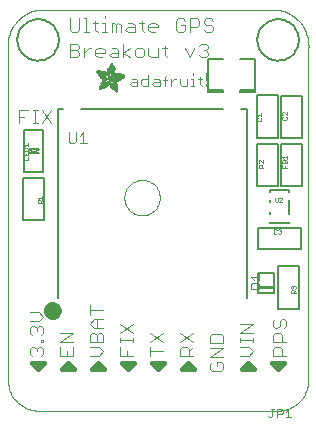
<source format=gto>
G75*
%MOIN*%
%OFA0B0*%
%FSLAX24Y24*%
%IPPOS*%
%LPD*%
%AMOC8*
5,1,8,0,0,1.08239X$1,22.5*
%
%ADD10C,0.0160*%
%ADD11C,0.0000*%
%ADD12C,0.0040*%
%ADD13C,0.0030*%
%ADD14C,0.0050*%
%ADD15C,0.0320*%
%ADD16C,0.0010*%
%ADD17C,0.0060*%
%ADD18R,0.0014X0.0001*%
%ADD19R,0.0023X0.0001*%
%ADD20R,0.0030X0.0001*%
%ADD21R,0.0036X0.0001*%
%ADD22R,0.0041X0.0001*%
%ADD23R,0.0045X0.0002*%
%ADD24R,0.0051X0.0001*%
%ADD25R,0.0054X0.0001*%
%ADD26R,0.0057X0.0001*%
%ADD27R,0.0060X0.0001*%
%ADD28R,0.0063X0.0001*%
%ADD29R,0.0068X0.0001*%
%ADD30R,0.0069X0.0001*%
%ADD31R,0.0072X0.0001*%
%ADD32R,0.0075X0.0001*%
%ADD33R,0.0076X0.0002*%
%ADD34R,0.0079X0.0001*%
%ADD35R,0.0082X0.0001*%
%ADD36R,0.0084X0.0001*%
%ADD37R,0.0087X0.0001*%
%ADD38R,0.0089X0.0001*%
%ADD39R,0.0091X0.0001*%
%ADD40R,0.0094X0.0001*%
%ADD41R,0.0096X0.0001*%
%ADD42R,0.0097X0.0001*%
%ADD43R,0.0101X0.0002*%
%ADD44R,0.0102X0.0001*%
%ADD45R,0.0104X0.0001*%
%ADD46R,0.0106X0.0001*%
%ADD47R,0.0108X0.0001*%
%ADD48R,0.0111X0.0001*%
%ADD49R,0.0112X0.0001*%
%ADD50R,0.0114X0.0001*%
%ADD51R,0.0117X0.0001*%
%ADD52R,0.0119X0.0001*%
%ADD53R,0.0120X0.0002*%
%ADD54R,0.0123X0.0001*%
%ADD55R,0.0124X0.0001*%
%ADD56R,0.0126X0.0001*%
%ADD57R,0.0129X0.0001*%
%ADD58R,0.0131X0.0001*%
%ADD59R,0.0134X0.0001*%
%ADD60R,0.0135X0.0001*%
%ADD61R,0.0136X0.0001*%
%ADD62R,0.0139X0.0001*%
%ADD63R,0.0141X0.0002*%
%ADD64R,0.0142X0.0001*%
%ADD65R,0.0146X0.0001*%
%ADD66R,0.0147X0.0001*%
%ADD67R,0.0149X0.0001*%
%ADD68R,0.0151X0.0001*%
%ADD69R,0.0153X0.0001*%
%ADD70R,0.0156X0.0001*%
%ADD71R,0.0157X0.0001*%
%ADD72R,0.0159X0.0001*%
%ADD73R,0.0162X0.0002*%
%ADD74R,0.0164X0.0001*%
%ADD75R,0.0165X0.0001*%
%ADD76R,0.0018X0.0001*%
%ADD77R,0.0168X0.0001*%
%ADD78R,0.0029X0.0001*%
%ADD79R,0.0169X0.0001*%
%ADD80R,0.0038X0.0001*%
%ADD81R,0.0172X0.0001*%
%ADD82R,0.0044X0.0001*%
%ADD83R,0.0174X0.0001*%
%ADD84R,0.0176X0.0001*%
%ADD85R,0.0057X0.0001*%
%ADD86R,0.0179X0.0001*%
%ADD87R,0.0180X0.0001*%
%ADD88R,0.0069X0.0002*%
%ADD89R,0.0181X0.0002*%
%ADD90R,0.0184X0.0001*%
%ADD91R,0.0081X0.0001*%
%ADD92R,0.0186X0.0001*%
%ADD93R,0.0086X0.0001*%
%ADD94R,0.0187X0.0001*%
%ADD95R,0.0191X0.0001*%
%ADD96R,0.0098X0.0001*%
%ADD97R,0.0192X0.0001*%
%ADD98R,0.0195X0.0001*%
%ADD99R,0.0196X0.0001*%
%ADD100R,0.0198X0.0001*%
%ADD101R,0.0201X0.0001*%
%ADD102R,0.0121X0.0002*%
%ADD103R,0.0202X0.0002*%
%ADD104R,0.0127X0.0001*%
%ADD105R,0.0204X0.0001*%
%ADD106R,0.0132X0.0001*%
%ADD107R,0.0207X0.0001*%
%ADD108R,0.0209X0.0001*%
%ADD109R,0.0141X0.0001*%
%ADD110R,0.0210X0.0001*%
%ADD111R,0.0211X0.0001*%
%ADD112R,0.0150X0.0001*%
%ADD113R,0.0214X0.0001*%
%ADD114R,0.0154X0.0001*%
%ADD115R,0.0216X0.0001*%
%ADD116R,0.0217X0.0001*%
%ADD117R,0.0219X0.0001*%
%ADD118R,0.0166X0.0002*%
%ADD119R,0.0221X0.0002*%
%ADD120R,0.0171X0.0001*%
%ADD121R,0.0222X0.0001*%
%ADD122R,0.0224X0.0001*%
%ADD123R,0.0181X0.0001*%
%ADD124R,0.0225X0.0001*%
%ADD125R,0.0226X0.0001*%
%ADD126R,0.0189X0.0001*%
%ADD127R,0.0228X0.0001*%
%ADD128R,0.0194X0.0001*%
%ADD129R,0.0229X0.0001*%
%ADD130R,0.0231X0.0001*%
%ADD131R,0.0201X0.0001*%
%ADD132R,0.0232X0.0001*%
%ADD133R,0.0206X0.0001*%
%ADD134R,0.0234X0.0001*%
%ADD135R,0.0210X0.0002*%
%ADD136R,0.0236X0.0002*%
%ADD137R,0.0213X0.0001*%
%ADD138R,0.0237X0.0001*%
%ADD139R,0.0218X0.0001*%
%ADD140R,0.0239X0.0001*%
%ADD141R,0.0221X0.0001*%
%ADD142R,0.0240X0.0001*%
%ADD143R,0.0241X0.0001*%
%ADD144R,0.0230X0.0001*%
%ADD145R,0.0243X0.0001*%
%ADD146R,0.0234X0.0001*%
%ADD147R,0.0244X0.0001*%
%ADD148R,0.0236X0.0001*%
%ADD149R,0.0246X0.0001*%
%ADD150R,0.0242X0.0002*%
%ADD151R,0.0247X0.0002*%
%ADD152R,0.0249X0.0001*%
%ADD153R,0.0247X0.0001*%
%ADD154R,0.0251X0.0001*%
%ADD155R,0.0252X0.0001*%
%ADD156R,0.0250X0.0001*%
%ADD157R,0.0254X0.0001*%
%ADD158R,0.0255X0.0001*%
%ADD159R,0.0256X0.0001*%
%ADD160R,0.0259X0.0001*%
%ADD161R,0.0259X0.0002*%
%ADD162R,0.0258X0.0002*%
%ADD163R,0.0261X0.0001*%
%ADD164R,0.0258X0.0001*%
%ADD165R,0.0264X0.0001*%
%ADD166R,0.0264X0.0001*%
%ADD167R,0.0266X0.0001*%
%ADD168R,0.0269X0.0001*%
%ADD169R,0.0262X0.0001*%
%ADD170R,0.0270X0.0001*%
%ADD171R,0.0271X0.0001*%
%ADD172R,0.0273X0.0002*%
%ADD173R,0.0266X0.0002*%
%ADD174R,0.0274X0.0001*%
%ADD175R,0.0267X0.0001*%
%ADD176R,0.0275X0.0001*%
%ADD177R,0.0276X0.0001*%
%ADD178R,0.0278X0.0001*%
%ADD179R,0.0279X0.0001*%
%ADD180R,0.0281X0.0001*%
%ADD181R,0.0282X0.0001*%
%ADD182R,0.0284X0.0002*%
%ADD183R,0.0271X0.0002*%
%ADD184R,0.0283X0.0001*%
%ADD185R,0.0273X0.0001*%
%ADD186R,0.0285X0.0001*%
%ADD187R,0.0286X0.0001*%
%ADD188R,0.0288X0.0001*%
%ADD189R,0.0276X0.0001*%
%ADD190R,0.0289X0.0001*%
%ADD191R,0.0288X0.0002*%
%ADD192R,0.0276X0.0002*%
%ADD193R,0.0277X0.0001*%
%ADD194R,0.0291X0.0001*%
%ADD195R,0.0293X0.0001*%
%ADD196R,0.0291X0.0001*%
%ADD197R,0.0293X0.0002*%
%ADD198R,0.0277X0.0002*%
%ADD199R,0.0294X0.0001*%
%ADD200R,0.0294X0.0002*%
%ADD201R,0.0292X0.0001*%
%ADD202R,0.0294X0.0001*%
%ADD203R,0.0294X0.0002*%
%ADD204R,0.0563X0.0001*%
%ADD205R,0.0561X0.0001*%
%ADD206R,0.0559X0.0002*%
%ADD207R,0.0559X0.0001*%
%ADD208R,0.0558X0.0001*%
%ADD209R,0.0556X0.0001*%
%ADD210R,0.0555X0.0001*%
%ADD211R,0.0554X0.0001*%
%ADD212R,0.0552X0.0001*%
%ADD213R,0.0551X0.0001*%
%ADD214R,0.0387X0.0002*%
%ADD215R,0.0151X0.0002*%
%ADD216R,0.0383X0.0001*%
%ADD217R,0.0379X0.0001*%
%ADD218R,0.0376X0.0001*%
%ADD219R,0.0144X0.0001*%
%ADD220R,0.0375X0.0001*%
%ADD221R,0.0370X0.0001*%
%ADD222R,0.0141X0.0001*%
%ADD223R,0.0369X0.0001*%
%ADD224R,0.0367X0.0001*%
%ADD225R,0.0140X0.0001*%
%ADD226R,0.0364X0.0001*%
%ADD227R,0.0138X0.0001*%
%ADD228R,0.0363X0.0001*%
%ADD229R,0.0361X0.0002*%
%ADD230R,0.0136X0.0002*%
%ADD231R,0.0359X0.0001*%
%ADD232R,0.0357X0.0001*%
%ADD233R,0.0356X0.0001*%
%ADD234R,0.0133X0.0001*%
%ADD235R,0.0352X0.0001*%
%ADD236R,0.0132X0.0001*%
%ADD237R,0.0349X0.0001*%
%ADD238R,0.0348X0.0001*%
%ADD239R,0.0130X0.0001*%
%ADD240R,0.0346X0.0001*%
%ADD241R,0.0345X0.0001*%
%ADD242R,0.0184X0.0002*%
%ADD243R,0.0156X0.0002*%
%ADD244R,0.0127X0.0002*%
%ADD245R,0.0177X0.0001*%
%ADD246R,0.0128X0.0001*%
%ADD247R,0.0174X0.0001*%
%ADD248R,0.0171X0.0001*%
%ADD249R,0.0126X0.0001*%
%ADD250R,0.0125X0.0001*%
%ADD251R,0.0168X0.0001*%
%ADD252R,0.0129X0.0001*%
%ADD253R,0.0123X0.0001*%
%ADD254R,0.0166X0.0001*%
%ADD255R,0.0121X0.0001*%
%ADD256R,0.0116X0.0001*%
%ADD257R,0.0120X0.0001*%
%ADD258R,0.0165X0.0002*%
%ADD259R,0.0112X0.0002*%
%ADD260R,0.0119X0.0002*%
%ADD261R,0.0162X0.0001*%
%ADD262R,0.0161X0.0001*%
%ADD263R,0.0114X0.0001*%
%ADD264R,0.0113X0.0001*%
%ADD265R,0.0159X0.0001*%
%ADD266R,0.0090X0.0001*%
%ADD267R,0.0159X0.0002*%
%ADD268R,0.0087X0.0002*%
%ADD269R,0.0109X0.0002*%
%ADD270R,0.0158X0.0001*%
%ADD271R,0.0083X0.0001*%
%ADD272R,0.0105X0.0001*%
%ADD273R,0.0015X0.0001*%
%ADD274R,0.0076X0.0001*%
%ADD275R,0.0059X0.0001*%
%ADD276R,0.0102X0.0001*%
%ADD277R,0.0072X0.0001*%
%ADD278R,0.0074X0.0001*%
%ADD279R,0.0099X0.0001*%
%ADD280R,0.0071X0.0001*%
%ADD281R,0.0093X0.0001*%
%ADD282R,0.0096X0.0002*%
%ADD283R,0.0111X0.0002*%
%ADD284R,0.0066X0.0001*%
%ADD285R,0.0093X0.0001*%
%ADD286R,0.0156X0.0001*%
%ADD287R,0.0065X0.0001*%
%ADD288R,0.0155X0.0001*%
%ADD289R,0.0063X0.0001*%
%ADD290R,0.0231X0.0001*%
%ADD291R,0.0058X0.0001*%
%ADD292R,0.0055X0.0001*%
%ADD293R,0.0154X0.0002*%
%ADD294R,0.0055X0.0002*%
%ADD295R,0.0255X0.0002*%
%ADD296R,0.0052X0.0001*%
%ADD297R,0.0265X0.0001*%
%ADD298R,0.0153X0.0001*%
%ADD299R,0.0049X0.0001*%
%ADD300R,0.0048X0.0001*%
%ADD301R,0.0284X0.0001*%
%ADD302R,0.0046X0.0001*%
%ADD303R,0.0046X0.0002*%
%ADD304R,0.0291X0.0002*%
%ADD305R,0.0045X0.0001*%
%ADD306R,0.0297X0.0001*%
%ADD307R,0.0301X0.0001*%
%ADD308R,0.0304X0.0001*%
%ADD309R,0.0309X0.0001*%
%ADD310R,0.0047X0.0001*%
%ADD311R,0.0312X0.0001*%
%ADD312R,0.0316X0.0001*%
%ADD313R,0.0048X0.0001*%
%ADD314R,0.0321X0.0001*%
%ADD315R,0.0050X0.0001*%
%ADD316R,0.0326X0.0001*%
%ADD317R,0.0145X0.0002*%
%ADD318R,0.0053X0.0002*%
%ADD319R,0.0331X0.0002*%
%ADD320R,0.0144X0.0001*%
%ADD321R,0.0398X0.0001*%
%ADD322R,0.0399X0.0001*%
%ADD323R,0.0143X0.0001*%
%ADD324R,0.0404X0.0001*%
%ADD325R,0.0405X0.0001*%
%ADD326R,0.0408X0.0001*%
%ADD327R,0.0413X0.0001*%
%ADD328R,0.0416X0.0001*%
%ADD329R,0.0421X0.0001*%
%ADD330R,0.0012X0.0001*%
%ADD331R,0.0566X0.0001*%
%ADD332R,0.0615X0.0002*%
%ADD333R,0.0625X0.0001*%
%ADD334R,0.0633X0.0001*%
%ADD335R,0.0641X0.0001*%
%ADD336R,0.0646X0.0001*%
%ADD337R,0.0653X0.0001*%
%ADD338R,0.0660X0.0001*%
%ADD339R,0.0664X0.0001*%
%ADD340R,0.0670X0.0001*%
%ADD341R,0.0675X0.0001*%
%ADD342R,0.0680X0.0002*%
%ADD343R,0.0686X0.0001*%
%ADD344R,0.0360X0.0001*%
%ADD345R,0.0303X0.0001*%
%ADD346R,0.0348X0.0001*%
%ADD347R,0.0280X0.0001*%
%ADD348R,0.0346X0.0002*%
%ADD349R,0.0350X0.0001*%
%ADD350R,0.0351X0.0001*%
%ADD351R,0.0353X0.0001*%
%ADD352R,0.0099X0.0001*%
%ADD353R,0.0228X0.0002*%
%ADD354R,0.0096X0.0001*%
%ADD355R,0.0219X0.0001*%
%ADD356R,0.0100X0.0001*%
%ADD357R,0.0208X0.0001*%
%ADD358R,0.0288X0.0001*%
%ADD359R,0.0207X0.0002*%
%ADD360R,0.0111X0.0002*%
%ADD361R,0.0290X0.0002*%
%ADD362R,0.0118X0.0001*%
%ADD363R,0.0300X0.0001*%
%ADD364R,0.0204X0.0001*%
%ADD365R,0.0138X0.0001*%
%ADD366R,0.0314X0.0001*%
%ADD367R,0.0318X0.0001*%
%ADD368R,0.0199X0.0001*%
%ADD369R,0.0334X0.0001*%
%ADD370R,0.0199X0.0002*%
%ADD371R,0.0540X0.0002*%
%ADD372R,0.0476X0.0001*%
%ADD373R,0.0198X0.0001*%
%ADD374R,0.0056X0.0001*%
%ADD375R,0.0474X0.0001*%
%ADD376R,0.0474X0.0001*%
%ADD377R,0.0473X0.0001*%
%ADD378R,0.0196X0.0002*%
%ADD379R,0.0061X0.0002*%
%ADD380R,0.0471X0.0002*%
%ADD381R,0.0471X0.0001*%
%ADD382R,0.0064X0.0001*%
%ADD383R,0.0066X0.0001*%
%ADD384R,0.0469X0.0001*%
%ADD385R,0.0197X0.0001*%
%ADD386R,0.0468X0.0001*%
%ADD387R,0.0200X0.0001*%
%ADD388R,0.0466X0.0001*%
%ADD389R,0.0201X0.0002*%
%ADD390R,0.0083X0.0002*%
%ADD391R,0.0465X0.0002*%
%ADD392R,0.0203X0.0001*%
%ADD393R,0.0465X0.0001*%
%ADD394R,0.0464X0.0001*%
%ADD395R,0.0095X0.0001*%
%ADD396R,0.0462X0.0001*%
%ADD397R,0.0461X0.0001*%
%ADD398R,0.0459X0.0001*%
%ADD399R,0.0458X0.0001*%
%ADD400R,0.0366X0.0002*%
%ADD401R,0.0458X0.0002*%
%ADD402R,0.0366X0.0001*%
%ADD403R,0.0455X0.0001*%
%ADD404R,0.0368X0.0001*%
%ADD405R,0.0453X0.0001*%
%ADD406R,0.0369X0.0001*%
%ADD407R,0.0451X0.0001*%
%ADD408R,0.0371X0.0001*%
%ADD409R,0.0449X0.0001*%
%ADD410R,0.0372X0.0001*%
%ADD411R,0.0447X0.0001*%
%ADD412R,0.0374X0.0001*%
%ADD413R,0.0444X0.0001*%
%ADD414R,0.0443X0.0001*%
%ADD415R,0.0440X0.0001*%
%ADD416R,0.0376X0.0002*%
%ADD417R,0.0435X0.0002*%
%ADD418R,0.0378X0.0001*%
%ADD419R,0.0431X0.0001*%
%ADD420R,0.0428X0.0001*%
%ADD421R,0.0381X0.0001*%
%ADD422R,0.0423X0.0001*%
%ADD423R,0.0419X0.0001*%
%ADD424R,0.0384X0.0001*%
%ADD425R,0.0408X0.0001*%
%ADD426R,0.0386X0.0001*%
%ADD427R,0.0402X0.0001*%
%ADD428R,0.0387X0.0001*%
%ADD429R,0.0397X0.0001*%
%ADD430R,0.0389X0.0001*%
%ADD431R,0.0393X0.0001*%
%ADD432R,0.0390X0.0002*%
%ADD433R,0.0388X0.0002*%
%ADD434R,0.0391X0.0001*%
%ADD435R,0.0384X0.0001*%
%ADD436R,0.0373X0.0001*%
%ADD437R,0.0394X0.0001*%
%ADD438R,0.0084X0.0001*%
%ADD439R,0.0085X0.0001*%
%ADD440R,0.0401X0.0001*%
%ADD441R,0.0263X0.0001*%
%ADD442R,0.0087X0.0001*%
%ADD443R,0.0405X0.0002*%
%ADD444R,0.0088X0.0002*%
%ADD445R,0.0406X0.0001*%
%ADD446R,0.0409X0.0001*%
%ADD447R,0.0411X0.0001*%
%ADD448R,0.0216X0.0001*%
%ADD449R,0.0414X0.0001*%
%ADD450R,0.0415X0.0001*%
%ADD451R,0.0417X0.0001*%
%ADD452R,0.0418X0.0001*%
%ADD453R,0.0101X0.0001*%
%ADD454R,0.0420X0.0002*%
%ADD455R,0.0102X0.0002*%
%ADD456R,0.0180X0.0002*%
%ADD457R,0.0167X0.0001*%
%ADD458R,0.0426X0.0001*%
%ADD459R,0.0108X0.0001*%
%ADD460R,0.0110X0.0001*%
%ADD461R,0.0434X0.0001*%
%ADD462R,0.0109X0.0001*%
%ADD463R,0.0345X0.0002*%
%ADD464R,0.0093X0.0002*%
%ADD465R,0.0114X0.0002*%
%ADD466R,0.0098X0.0002*%
%ADD467R,0.0019X0.0001*%
%ADD468R,0.0252X0.0002*%
%ADD469R,0.0260X0.0001*%
%ADD470R,0.0261X0.0001*%
%ADD471R,0.0344X0.0002*%
%ADD472R,0.0263X0.0002*%
%ADD473R,0.0344X0.0001*%
%ADD474R,0.0342X0.0001*%
%ADD475R,0.0341X0.0001*%
%ADD476R,0.0339X0.0001*%
%ADD477R,0.0338X0.0001*%
%ADD478R,0.0336X0.0001*%
%ADD479R,0.0333X0.0001*%
%ADD480R,0.0269X0.0002*%
%ADD481R,0.0331X0.0001*%
%ADD482R,0.0329X0.0001*%
%ADD483R,0.0324X0.0001*%
%ADD484R,0.0321X0.0001*%
%ADD485R,0.0319X0.0001*%
%ADD486R,0.0311X0.0001*%
%ADD487R,0.0306X0.0002*%
%ADD488R,0.0296X0.0001*%
%ADD489R,0.0290X0.0001*%
%ADD490R,0.0287X0.0001*%
%ADD491R,0.0248X0.0001*%
%ADD492R,0.0227X0.0001*%
%ADD493R,0.0264X0.0002*%
%ADD494R,0.0258X0.0001*%
%ADD495R,0.0256X0.0002*%
%ADD496R,0.0246X0.0002*%
%ADD497R,0.0234X0.0002*%
%ADD498R,0.0222X0.0002*%
%ADD499R,0.0213X0.0001*%
%ADD500R,0.0212X0.0001*%
%ADD501R,0.0207X0.0001*%
%ADD502R,0.0207X0.0002*%
%ADD503R,0.0202X0.0001*%
%ADD504R,0.0189X0.0002*%
%ADD505R,0.0183X0.0001*%
%ADD506R,0.0174X0.0002*%
%ADD507R,0.0173X0.0001*%
%ADD508R,0.0170X0.0001*%
%ADD509R,0.0160X0.0001*%
%ADD510R,0.0159X0.0002*%
%ADD511R,0.0144X0.0002*%
%ADD512R,0.0129X0.0002*%
%ADD513R,0.0096X0.0002*%
%ADD514R,0.0081X0.0002*%
%ADD515R,0.0078X0.0001*%
%ADD516R,0.0064X0.0002*%
%ADD517R,0.0054X0.0001*%
%ADD518R,0.0036X0.0002*%
%ADD519R,0.0024X0.0001*%
D10*
X002556Y002047D02*
X002756Y001847D01*
X002956Y002047D01*
X002556Y002047D01*
X003556Y001847D02*
X003756Y002047D01*
X003956Y001847D01*
X003556Y001847D01*
X004556Y001847D02*
X004756Y002047D01*
X004956Y001847D01*
X004556Y001847D01*
X005556Y002047D02*
X005756Y001847D01*
X005956Y002047D01*
X005556Y002047D01*
X006556Y002047D02*
X006756Y001847D01*
X006956Y002047D01*
X006556Y002047D01*
X007556Y001847D02*
X007756Y002047D01*
X007956Y001847D01*
X007556Y001847D01*
X009556Y001847D02*
X009756Y002047D01*
X009956Y001847D01*
X009556Y001847D01*
X010556Y002047D02*
X010756Y001847D01*
X010956Y002047D01*
X010556Y002047D01*
D11*
X001756Y001447D02*
X001756Y012403D01*
X001746Y012471D01*
X001741Y012539D01*
X001739Y012607D01*
X001741Y012675D01*
X001747Y012743D01*
X001757Y012811D01*
X001770Y012878D01*
X001788Y012944D01*
X001809Y013009D01*
X001833Y013072D01*
X001861Y013134D01*
X001893Y013195D01*
X001928Y013254D01*
X001966Y013310D01*
X002007Y013365D01*
X002051Y013417D01*
X002098Y013466D01*
X002148Y013513D01*
X002200Y013557D01*
X002255Y013598D01*
X002312Y013635D01*
X002371Y013670D01*
X002431Y013701D01*
X002494Y013729D01*
X002558Y013753D01*
X002623Y013773D01*
X002689Y013790D01*
X002756Y013803D01*
X010756Y013803D01*
X010823Y013790D01*
X010889Y013773D01*
X010954Y013753D01*
X011018Y013729D01*
X011081Y013701D01*
X011141Y013670D01*
X011200Y013635D01*
X011257Y013598D01*
X011312Y013557D01*
X011364Y013513D01*
X011414Y013466D01*
X011461Y013417D01*
X011505Y013365D01*
X011546Y013310D01*
X011584Y013254D01*
X011619Y013195D01*
X011651Y013134D01*
X011679Y013072D01*
X011703Y013009D01*
X011724Y012944D01*
X011742Y012878D01*
X011755Y012811D01*
X011765Y012743D01*
X011771Y012675D01*
X011773Y012607D01*
X011771Y012539D01*
X011766Y012471D01*
X011756Y012403D01*
X011756Y001447D01*
X011754Y001387D01*
X011749Y001326D01*
X011740Y001267D01*
X011727Y001208D01*
X011711Y001149D01*
X011691Y001092D01*
X011668Y001037D01*
X011641Y000982D01*
X011612Y000930D01*
X011579Y000879D01*
X011543Y000830D01*
X011505Y000784D01*
X011463Y000740D01*
X011419Y000698D01*
X011373Y000660D01*
X011324Y000624D01*
X011273Y000591D01*
X011221Y000562D01*
X011166Y000535D01*
X011111Y000512D01*
X011054Y000492D01*
X010995Y000476D01*
X010936Y000463D01*
X010877Y000454D01*
X010816Y000449D01*
X010756Y000447D01*
X002756Y000447D01*
X002696Y000449D01*
X002635Y000454D01*
X002576Y000463D01*
X002517Y000476D01*
X002458Y000492D01*
X002401Y000512D01*
X002346Y000535D01*
X002291Y000562D01*
X002239Y000591D01*
X002188Y000624D01*
X002139Y000660D01*
X002093Y000698D01*
X002049Y000740D01*
X002007Y000784D01*
X001969Y000830D01*
X001933Y000879D01*
X001900Y000930D01*
X001871Y000982D01*
X001844Y001037D01*
X001821Y001092D01*
X001801Y001149D01*
X001785Y001208D01*
X001772Y001267D01*
X001763Y001326D01*
X001758Y001387D01*
X001756Y001447D01*
X005630Y007544D02*
X005632Y007592D01*
X005638Y007640D01*
X005648Y007687D01*
X005661Y007733D01*
X005679Y007778D01*
X005699Y007822D01*
X005724Y007864D01*
X005752Y007903D01*
X005782Y007940D01*
X005816Y007974D01*
X005853Y008006D01*
X005891Y008035D01*
X005932Y008060D01*
X005975Y008082D01*
X006020Y008100D01*
X006066Y008114D01*
X006113Y008125D01*
X006161Y008132D01*
X006209Y008135D01*
X006257Y008134D01*
X006305Y008129D01*
X006353Y008120D01*
X006399Y008108D01*
X006444Y008091D01*
X006488Y008071D01*
X006530Y008048D01*
X006570Y008021D01*
X006608Y007991D01*
X006643Y007958D01*
X006675Y007922D01*
X006705Y007884D01*
X006731Y007843D01*
X006753Y007800D01*
X006773Y007756D01*
X006788Y007711D01*
X006800Y007664D01*
X006808Y007616D01*
X006812Y007568D01*
X006812Y007520D01*
X006808Y007472D01*
X006800Y007424D01*
X006788Y007377D01*
X006773Y007332D01*
X006753Y007288D01*
X006731Y007245D01*
X006705Y007204D01*
X006675Y007166D01*
X006643Y007130D01*
X006608Y007097D01*
X006570Y007067D01*
X006530Y007040D01*
X006488Y007017D01*
X006444Y006997D01*
X006399Y006980D01*
X006353Y006968D01*
X006305Y006959D01*
X006257Y006954D01*
X006209Y006953D01*
X006161Y006956D01*
X006113Y006963D01*
X006066Y006974D01*
X006020Y006988D01*
X005975Y007006D01*
X005932Y007028D01*
X005891Y007053D01*
X005853Y007082D01*
X005816Y007114D01*
X005782Y007148D01*
X005752Y007185D01*
X005724Y007224D01*
X005699Y007266D01*
X005679Y007310D01*
X005661Y007355D01*
X005648Y007401D01*
X005638Y007448D01*
X005632Y007496D01*
X005630Y007544D01*
D12*
X003200Y010017D02*
X002893Y010477D01*
X002740Y010477D02*
X002587Y010477D01*
X002663Y010477D02*
X002663Y010017D01*
X002587Y010017D02*
X002740Y010017D01*
X002893Y010017D02*
X003200Y010477D01*
X002433Y010477D02*
X002126Y010477D01*
X002126Y010017D01*
X002126Y010247D02*
X002280Y010247D01*
X003826Y012223D02*
X004056Y012223D01*
X004133Y012300D01*
X004133Y012376D01*
X004056Y012453D01*
X003826Y012453D01*
X003826Y012223D02*
X003826Y012683D01*
X004056Y012683D01*
X004133Y012607D01*
X004133Y012530D01*
X004056Y012453D01*
X004287Y012376D02*
X004440Y012530D01*
X004517Y012530D01*
X004670Y012453D02*
X004670Y012300D01*
X004747Y012223D01*
X004900Y012223D01*
X004977Y012376D02*
X004670Y012376D01*
X004670Y012453D02*
X004747Y012530D01*
X004900Y012530D01*
X004977Y012453D01*
X004977Y012376D01*
X005131Y012300D02*
X005207Y012223D01*
X005437Y012223D01*
X005437Y012453D01*
X005361Y012530D01*
X005207Y012530D01*
X005207Y012376D02*
X005437Y012376D01*
X005591Y012376D02*
X005821Y012530D01*
X005975Y012453D02*
X005975Y012300D01*
X006051Y012223D01*
X006205Y012223D01*
X006282Y012300D01*
X006282Y012453D01*
X006205Y012530D01*
X006051Y012530D01*
X005975Y012453D01*
X005821Y012223D02*
X005591Y012376D01*
X005591Y012223D02*
X005591Y012683D01*
X005514Y013067D02*
X005514Y013297D01*
X005437Y013374D01*
X005361Y013297D01*
X005361Y013067D01*
X005207Y013067D02*
X005207Y013374D01*
X005284Y013374D01*
X005361Y013297D01*
X005668Y013143D02*
X005744Y013067D01*
X005975Y013067D01*
X005975Y013297D01*
X005898Y013374D01*
X005744Y013374D01*
X005744Y013220D02*
X005975Y013220D01*
X006128Y013374D02*
X006282Y013374D01*
X006205Y013450D02*
X006205Y013143D01*
X006282Y013067D01*
X006435Y013143D02*
X006435Y013297D01*
X006512Y013374D01*
X006665Y013374D01*
X006742Y013297D01*
X006742Y013220D01*
X006435Y013220D01*
X006435Y013143D02*
X006512Y013067D01*
X006665Y013067D01*
X006972Y012607D02*
X006972Y012300D01*
X007049Y012223D01*
X007049Y012530D02*
X006895Y012530D01*
X006742Y012530D02*
X006742Y012223D01*
X006512Y012223D01*
X006435Y012300D01*
X006435Y012530D01*
X005744Y013220D02*
X005668Y013143D01*
X005054Y013067D02*
X004900Y013067D01*
X004977Y013067D02*
X004977Y013374D01*
X004900Y013374D01*
X004747Y013374D02*
X004593Y013374D01*
X004670Y013450D02*
X004670Y013143D01*
X004747Y013067D01*
X004440Y013067D02*
X004287Y013067D01*
X004363Y013067D02*
X004363Y013527D01*
X004287Y013527D01*
X004133Y013527D02*
X004133Y013143D01*
X004056Y013067D01*
X003903Y013067D01*
X003826Y013143D01*
X003826Y013527D01*
X004287Y012530D02*
X004287Y012223D01*
X005131Y012300D02*
X005207Y012376D01*
X004977Y013527D02*
X004977Y013604D01*
X007356Y013450D02*
X007356Y013143D01*
X007433Y013067D01*
X007586Y013067D01*
X007663Y013143D01*
X007663Y013297D01*
X007509Y013297D01*
X007356Y013450D02*
X007433Y013527D01*
X007586Y013527D01*
X007663Y013450D01*
X007816Y013527D02*
X008046Y013527D01*
X008123Y013450D01*
X008123Y013297D01*
X008046Y013220D01*
X007816Y013220D01*
X007816Y013067D02*
X007816Y013527D01*
X008277Y013450D02*
X008277Y013374D01*
X008353Y013297D01*
X008507Y013297D01*
X008584Y013220D01*
X008584Y013143D01*
X008507Y013067D01*
X008353Y013067D01*
X008277Y013143D01*
X008277Y013450D02*
X008353Y013527D01*
X008507Y013527D01*
X008584Y013450D01*
X008353Y012683D02*
X008200Y012683D01*
X008123Y012607D01*
X007970Y012530D02*
X007816Y012223D01*
X007663Y012530D01*
X008123Y012300D02*
X008200Y012223D01*
X008353Y012223D01*
X008430Y012300D01*
X008430Y012376D01*
X008353Y012453D01*
X008277Y012453D01*
X008353Y012453D02*
X008430Y012530D01*
X008430Y012607D01*
X008353Y012683D01*
X004476Y003955D02*
X004476Y003648D01*
X004476Y003801D02*
X004936Y003801D01*
X004936Y003494D02*
X004629Y003494D01*
X004476Y003341D01*
X004629Y003187D01*
X004936Y003187D01*
X004859Y003034D02*
X004936Y002957D01*
X004936Y002727D01*
X004476Y002727D01*
X004476Y002957D01*
X004552Y003034D01*
X004629Y003034D01*
X004706Y002957D01*
X004706Y002727D01*
X004783Y002574D02*
X004476Y002574D01*
X004783Y002574D02*
X004936Y002420D01*
X004783Y002267D01*
X004476Y002267D01*
X003936Y002267D02*
X003936Y002574D01*
X003936Y002727D02*
X003476Y002727D01*
X003936Y003034D01*
X003476Y003034D01*
X003476Y002574D02*
X003476Y002267D01*
X003936Y002267D01*
X003706Y002267D02*
X003706Y002420D01*
X002936Y002343D02*
X002859Y002267D01*
X002936Y002343D02*
X002936Y002497D01*
X002859Y002574D01*
X002783Y002574D01*
X002706Y002497D01*
X002706Y002420D01*
X002706Y002497D02*
X002629Y002574D01*
X002552Y002574D01*
X002476Y002497D01*
X002476Y002343D01*
X002552Y002267D01*
X002859Y002727D02*
X002859Y002804D01*
X002936Y002804D01*
X002936Y002727D01*
X002859Y002727D01*
X002859Y002957D02*
X002936Y003034D01*
X002936Y003187D01*
X002859Y003264D01*
X002783Y003264D01*
X002706Y003187D01*
X002706Y003111D01*
X002706Y003187D02*
X002629Y003264D01*
X002552Y003264D01*
X002476Y003187D01*
X002476Y003034D01*
X002552Y002957D01*
X002476Y003418D02*
X002783Y003418D01*
X002936Y003571D01*
X002783Y003725D01*
X002476Y003725D01*
X004706Y003494D02*
X004706Y003187D01*
X004783Y003034D02*
X004706Y002957D01*
X004783Y003034D02*
X004859Y003034D01*
X005476Y003034D02*
X005936Y003341D01*
X005936Y003034D02*
X005476Y003341D01*
X005476Y002881D02*
X005476Y002727D01*
X005476Y002804D02*
X005936Y002804D01*
X005936Y002727D02*
X005936Y002881D01*
X005706Y002420D02*
X005706Y002267D01*
X005936Y002267D02*
X005476Y002267D01*
X005476Y002574D01*
X006476Y002574D02*
X006476Y002267D01*
X006476Y002420D02*
X006936Y002420D01*
X006936Y002727D02*
X006476Y003034D01*
X006476Y002727D02*
X006936Y003034D01*
X007476Y003034D02*
X007936Y002727D01*
X007936Y002574D02*
X007783Y002420D01*
X007783Y002497D02*
X007783Y002267D01*
X007936Y002267D02*
X007476Y002267D01*
X007476Y002497D01*
X007552Y002574D01*
X007706Y002574D01*
X007783Y002497D01*
X007476Y002727D02*
X007936Y003034D01*
X008476Y002918D02*
X008476Y002687D01*
X008936Y002687D01*
X008936Y002918D01*
X008859Y002994D01*
X008552Y002994D01*
X008476Y002918D01*
X008476Y002534D02*
X008936Y002534D01*
X008476Y002227D01*
X008936Y002227D01*
X008859Y002074D02*
X008706Y002074D01*
X008706Y001920D01*
X008859Y001767D02*
X008552Y001767D01*
X008476Y001843D01*
X008476Y001997D01*
X008552Y002074D01*
X008859Y002074D02*
X008936Y001997D01*
X008936Y001843D01*
X008859Y001767D01*
X009476Y002267D02*
X009783Y002267D01*
X009936Y002420D01*
X009783Y002574D01*
X009476Y002574D01*
X009476Y002727D02*
X009476Y002881D01*
X009476Y002804D02*
X009936Y002804D01*
X009936Y002727D02*
X009936Y002881D01*
X009936Y003034D02*
X009476Y003034D01*
X009936Y003341D01*
X009476Y003341D01*
X010576Y003418D02*
X010576Y003264D01*
X010652Y003187D01*
X010729Y003187D01*
X010806Y003264D01*
X010806Y003418D01*
X010883Y003494D01*
X010959Y003494D01*
X011036Y003418D01*
X011036Y003264D01*
X010959Y003187D01*
X010806Y003034D02*
X010883Y002957D01*
X010883Y002727D01*
X011036Y002727D02*
X010576Y002727D01*
X010576Y002957D01*
X010652Y003034D01*
X010806Y003034D01*
X010576Y003418D02*
X010652Y003494D01*
X010652Y002574D02*
X010806Y002574D01*
X010883Y002497D01*
X010883Y002267D01*
X011036Y002267D02*
X010576Y002267D01*
X010576Y002497D01*
X010652Y002574D01*
D13*
X010137Y004503D02*
X009847Y004503D01*
X009847Y004648D01*
X009895Y004697D01*
X010088Y004697D01*
X010137Y004648D01*
X010137Y004503D01*
X010137Y004798D02*
X010137Y004991D01*
X010137Y004894D02*
X009847Y004894D01*
X009943Y004798D01*
X010514Y000512D02*
X010611Y000512D01*
X010562Y000512D02*
X010562Y000270D01*
X010514Y000222D01*
X010466Y000222D01*
X010417Y000270D01*
X010712Y000222D02*
X010712Y000512D01*
X010857Y000512D01*
X010905Y000464D01*
X010905Y000367D01*
X010857Y000318D01*
X010712Y000318D01*
X011006Y000222D02*
X011200Y000222D01*
X011103Y000222D02*
X011103Y000512D01*
X011006Y000415D01*
X004387Y009358D02*
X004140Y009358D01*
X004263Y009358D02*
X004263Y009728D01*
X004140Y009605D01*
X004018Y009728D02*
X004018Y009420D01*
X003957Y009358D01*
X003833Y009358D01*
X003772Y009420D01*
X003772Y009728D01*
X005821Y011330D02*
X005883Y011391D01*
X006068Y011391D01*
X006068Y011453D02*
X006068Y011268D01*
X005883Y011268D01*
X005821Y011330D01*
X005883Y011515D02*
X006006Y011515D01*
X006068Y011453D01*
X006189Y011453D02*
X006189Y011330D01*
X006251Y011268D01*
X006436Y011268D01*
X006436Y011638D01*
X006436Y011515D02*
X006251Y011515D01*
X006189Y011453D01*
X006558Y011330D02*
X006619Y011268D01*
X006805Y011268D01*
X006805Y011453D01*
X006743Y011515D01*
X006619Y011515D01*
X006619Y011391D02*
X006805Y011391D01*
X006926Y011453D02*
X007049Y011453D01*
X007172Y011391D02*
X007295Y011515D01*
X007357Y011515D01*
X007479Y011515D02*
X007479Y011330D01*
X007540Y011268D01*
X007725Y011268D01*
X007725Y011515D01*
X007847Y011515D02*
X007909Y011515D01*
X007909Y011268D01*
X007970Y011268D02*
X007847Y011268D01*
X008154Y011330D02*
X008154Y011577D01*
X008092Y011515D02*
X008216Y011515D01*
X008338Y011453D02*
X008338Y011700D01*
X008338Y011330D02*
X008338Y011268D01*
X008216Y011268D02*
X008154Y011330D01*
X007909Y011638D02*
X007909Y011700D01*
X007172Y011515D02*
X007172Y011268D01*
X006988Y011268D02*
X006988Y011577D01*
X007049Y011638D01*
X006619Y011391D02*
X006558Y011330D01*
D14*
X008419Y011135D02*
X008419Y011056D01*
X008931Y011056D01*
X008931Y011135D01*
X008419Y011135D01*
X008419Y012158D01*
X008931Y012158D01*
X009482Y012158D02*
X009994Y012158D01*
X009994Y011135D01*
X009994Y011056D01*
X009482Y011056D01*
X009482Y011135D01*
X009994Y011135D01*
X009994Y011095D02*
X009482Y011095D01*
X008931Y011095D02*
X008419Y011095D01*
X008918Y010496D02*
X004194Y010496D01*
X003603Y010496D02*
X003407Y010496D01*
X003407Y004197D01*
X002951Y006788D02*
X002242Y006788D01*
X002242Y008205D01*
X002951Y008205D01*
X002951Y006788D01*
X002931Y008389D02*
X002341Y008389D01*
X002340Y008389D02*
X002301Y008389D01*
X002301Y009805D01*
X002931Y009805D01*
X002931Y008389D01*
X002773Y009018D02*
X002616Y009018D01*
X002458Y009175D01*
X002773Y009175D01*
X002616Y009018D01*
X002458Y009018D01*
X009509Y010496D02*
X009706Y010496D01*
X009706Y004197D01*
X010100Y004362D02*
X010100Y005031D01*
X010612Y005031D01*
X010612Y004362D01*
X010100Y004362D01*
X010120Y004539D02*
X010120Y004579D01*
X010592Y004579D01*
X010592Y004539D02*
X010120Y004539D01*
X010742Y003838D02*
X010742Y005255D01*
X011451Y005255D01*
X011451Y003838D01*
X010742Y003838D01*
X010097Y005833D02*
X010097Y006542D01*
X011515Y006542D01*
X011515Y005833D01*
X010097Y005833D01*
X010491Y006686D02*
X010491Y006725D01*
X010491Y006686D02*
X011121Y006686D01*
X011121Y006725D01*
X011121Y007001D02*
X011121Y007473D01*
X011121Y007749D02*
X011121Y007788D01*
X010491Y007788D01*
X010491Y007749D01*
X010760Y007929D02*
X010760Y009346D01*
X010052Y009346D01*
X010052Y007929D01*
X010760Y007929D01*
X010852Y007929D02*
X010852Y009346D01*
X011560Y009346D01*
X011560Y007929D01*
X010852Y007929D01*
X010491Y007473D02*
X010491Y007395D01*
X010491Y007080D02*
X010491Y007001D01*
X010852Y009529D02*
X010852Y010946D01*
X011560Y010946D01*
X011560Y009529D01*
X010852Y009529D01*
X010760Y009547D02*
X010052Y009547D01*
X010052Y010965D01*
X010760Y010965D01*
X010760Y009547D01*
D15*
X003125Y003764D02*
X003127Y003786D01*
X003132Y003806D01*
X003142Y003826D01*
X003154Y003844D01*
X003169Y003859D01*
X003187Y003871D01*
X003207Y003881D01*
X003227Y003886D01*
X003249Y003888D01*
X003271Y003886D01*
X003291Y003881D01*
X003311Y003871D01*
X003329Y003859D01*
X003344Y003844D01*
X003356Y003826D01*
X003366Y003806D01*
X003371Y003786D01*
X003373Y003764D01*
X003371Y003742D01*
X003366Y003722D01*
X003356Y003702D01*
X003344Y003684D01*
X003329Y003669D01*
X003311Y003657D01*
X003291Y003647D01*
X003271Y003642D01*
X003249Y003640D01*
X003227Y003642D01*
X003207Y003647D01*
X003187Y003657D01*
X003169Y003669D01*
X003154Y003684D01*
X003142Y003702D01*
X003132Y003722D01*
X003127Y003742D01*
X003125Y003764D01*
D16*
X002892Y007352D02*
X002742Y007352D01*
X002742Y007427D01*
X002767Y007452D01*
X002817Y007452D01*
X002842Y007427D01*
X002842Y007352D01*
X002842Y007402D02*
X002892Y007452D01*
X002892Y007499D02*
X002892Y007599D01*
X002892Y007549D02*
X002742Y007549D01*
X002792Y007499D01*
X002421Y008812D02*
X002421Y008912D01*
X002421Y008960D02*
X002421Y009060D01*
X002421Y009107D02*
X002421Y009182D01*
X002396Y009207D01*
X002295Y009207D01*
X002270Y009182D01*
X002270Y009107D01*
X002421Y009107D01*
X002345Y009010D02*
X002345Y008960D01*
X002270Y008960D02*
X002421Y008960D01*
X002421Y008812D02*
X002270Y008812D01*
X002270Y008960D02*
X002270Y009060D01*
X002320Y009254D02*
X002270Y009304D01*
X002421Y009304D01*
X002421Y009254D02*
X002421Y009354D01*
X010051Y010136D02*
X010076Y010111D01*
X010176Y010111D01*
X010201Y010136D01*
X010201Y010186D01*
X010176Y010211D01*
X010201Y010258D02*
X010201Y010359D01*
X010201Y010308D02*
X010051Y010308D01*
X010101Y010258D01*
X010076Y010211D02*
X010051Y010186D01*
X010051Y010136D01*
X010901Y010167D02*
X010926Y010142D01*
X011026Y010142D01*
X011051Y010167D01*
X011051Y010217D01*
X011026Y010242D01*
X011051Y010290D02*
X010951Y010390D01*
X010926Y010390D01*
X010901Y010365D01*
X010901Y010315D01*
X010926Y010290D01*
X010926Y010242D02*
X010901Y010217D01*
X010901Y010167D01*
X011051Y010290D02*
X011051Y010390D01*
X011051Y008937D02*
X011051Y008837D01*
X011051Y008887D02*
X010901Y008887D01*
X010951Y008837D01*
X010951Y008790D02*
X010976Y008765D01*
X010976Y008690D01*
X010976Y008765D02*
X011001Y008790D01*
X011026Y008790D01*
X011051Y008765D01*
X011051Y008690D01*
X010901Y008690D01*
X010901Y008765D01*
X010926Y008790D01*
X010951Y008790D01*
X010901Y008642D02*
X010901Y008542D01*
X011051Y008542D01*
X010976Y008542D02*
X010976Y008592D01*
X010261Y008548D02*
X010111Y008548D01*
X010111Y008623D01*
X010136Y008648D01*
X010186Y008648D01*
X010211Y008623D01*
X010211Y008548D01*
X010211Y008598D02*
X010261Y008648D01*
X010261Y008695D02*
X010161Y008795D01*
X010136Y008795D01*
X010111Y008770D01*
X010111Y008720D01*
X010136Y008695D01*
X010261Y008695D02*
X010261Y008795D01*
X010657Y007542D02*
X010657Y007417D01*
X010682Y007392D01*
X010732Y007392D01*
X010757Y007417D01*
X010757Y007542D01*
X010804Y007517D02*
X010829Y007542D01*
X010879Y007542D01*
X010904Y007517D01*
X010904Y007492D01*
X010804Y007392D01*
X010904Y007392D01*
X010834Y006492D02*
X010783Y006492D01*
X010758Y006467D01*
X010711Y006467D02*
X010686Y006492D01*
X010636Y006492D01*
X010611Y006467D01*
X010611Y006367D01*
X010636Y006342D01*
X010686Y006342D01*
X010711Y006367D01*
X010758Y006367D02*
X010783Y006342D01*
X010834Y006342D01*
X010859Y006367D01*
X010859Y006392D01*
X010834Y006417D01*
X010808Y006417D01*
X010834Y006417D02*
X010859Y006442D01*
X010859Y006467D01*
X010834Y006492D01*
X011217Y004599D02*
X011242Y004599D01*
X011267Y004574D01*
X011292Y004599D01*
X011317Y004599D01*
X011342Y004574D01*
X011342Y004524D01*
X011317Y004499D01*
X011342Y004452D02*
X011292Y004402D01*
X011292Y004427D02*
X011292Y004352D01*
X011342Y004352D02*
X011192Y004352D01*
X011192Y004427D01*
X011217Y004452D01*
X011267Y004452D01*
X011292Y004427D01*
X011217Y004499D02*
X011192Y004524D01*
X011192Y004574D01*
X011217Y004599D01*
X011267Y004574D02*
X011267Y004549D01*
D17*
X010067Y012803D02*
X010069Y012855D01*
X010075Y012907D01*
X010085Y012958D01*
X010098Y013008D01*
X010116Y013058D01*
X010137Y013105D01*
X010161Y013151D01*
X010190Y013195D01*
X010221Y013237D01*
X010255Y013276D01*
X010292Y013313D01*
X010332Y013346D01*
X010375Y013377D01*
X010419Y013404D01*
X010465Y013428D01*
X010514Y013448D01*
X010563Y013464D01*
X010614Y013477D01*
X010665Y013486D01*
X010717Y013491D01*
X010769Y013492D01*
X010821Y013489D01*
X010873Y013482D01*
X010924Y013471D01*
X010974Y013457D01*
X011023Y013438D01*
X011070Y013416D01*
X011115Y013391D01*
X011159Y013362D01*
X011200Y013330D01*
X011239Y013295D01*
X011274Y013257D01*
X011307Y013216D01*
X011337Y013174D01*
X011363Y013129D01*
X011386Y013082D01*
X011405Y013033D01*
X011421Y012983D01*
X011433Y012933D01*
X011441Y012881D01*
X011445Y012829D01*
X011445Y012777D01*
X011441Y012725D01*
X011433Y012673D01*
X011421Y012623D01*
X011405Y012573D01*
X011386Y012524D01*
X011363Y012477D01*
X011337Y012432D01*
X011307Y012390D01*
X011274Y012349D01*
X011239Y012311D01*
X011200Y012276D01*
X011159Y012244D01*
X011115Y012215D01*
X011070Y012190D01*
X011023Y012168D01*
X010974Y012149D01*
X010924Y012135D01*
X010873Y012124D01*
X010821Y012117D01*
X010769Y012114D01*
X010717Y012115D01*
X010665Y012120D01*
X010614Y012129D01*
X010563Y012142D01*
X010514Y012158D01*
X010465Y012178D01*
X010419Y012202D01*
X010375Y012229D01*
X010332Y012260D01*
X010292Y012293D01*
X010255Y012330D01*
X010221Y012369D01*
X010190Y012411D01*
X010161Y012455D01*
X010137Y012501D01*
X010116Y012548D01*
X010098Y012598D01*
X010085Y012648D01*
X010075Y012699D01*
X010069Y012751D01*
X010067Y012803D01*
X002067Y012803D02*
X002069Y012855D01*
X002075Y012907D01*
X002085Y012958D01*
X002098Y013008D01*
X002116Y013058D01*
X002137Y013105D01*
X002161Y013151D01*
X002190Y013195D01*
X002221Y013237D01*
X002255Y013276D01*
X002292Y013313D01*
X002332Y013346D01*
X002375Y013377D01*
X002419Y013404D01*
X002465Y013428D01*
X002514Y013448D01*
X002563Y013464D01*
X002614Y013477D01*
X002665Y013486D01*
X002717Y013491D01*
X002769Y013492D01*
X002821Y013489D01*
X002873Y013482D01*
X002924Y013471D01*
X002974Y013457D01*
X003023Y013438D01*
X003070Y013416D01*
X003115Y013391D01*
X003159Y013362D01*
X003200Y013330D01*
X003239Y013295D01*
X003274Y013257D01*
X003307Y013216D01*
X003337Y013174D01*
X003363Y013129D01*
X003386Y013082D01*
X003405Y013033D01*
X003421Y012983D01*
X003433Y012933D01*
X003441Y012881D01*
X003445Y012829D01*
X003445Y012777D01*
X003441Y012725D01*
X003433Y012673D01*
X003421Y012623D01*
X003405Y012573D01*
X003386Y012524D01*
X003363Y012477D01*
X003337Y012432D01*
X003307Y012390D01*
X003274Y012349D01*
X003239Y012311D01*
X003200Y012276D01*
X003159Y012244D01*
X003115Y012215D01*
X003070Y012190D01*
X003023Y012168D01*
X002974Y012149D01*
X002924Y012135D01*
X002873Y012124D01*
X002821Y012117D01*
X002769Y012114D01*
X002717Y012115D01*
X002665Y012120D01*
X002614Y012129D01*
X002563Y012142D01*
X002514Y012158D01*
X002465Y012178D01*
X002419Y012202D01*
X002375Y012229D01*
X002332Y012260D01*
X002292Y012293D01*
X002255Y012330D01*
X002221Y012369D01*
X002190Y012411D01*
X002161Y012455D01*
X002137Y012501D01*
X002116Y012548D01*
X002098Y012598D01*
X002085Y012648D01*
X002075Y012699D01*
X002069Y012751D01*
X002067Y012803D01*
D18*
X005378Y011047D03*
D19*
X005378Y011048D03*
D20*
X005377Y011050D03*
X005236Y012001D03*
D21*
X005377Y011051D03*
D22*
X005378Y011053D03*
X005237Y011998D03*
D23*
X005377Y011054D03*
D24*
X005377Y011056D03*
X005151Y011434D03*
X005151Y011435D03*
X005404Y011674D03*
X005236Y011993D03*
X004833Y011140D03*
D25*
X005377Y011057D03*
D26*
X005377Y011059D03*
X005139Y011551D03*
X005131Y011558D03*
X005130Y011560D03*
X005236Y011989D03*
X005236Y011990D03*
D27*
X005236Y011987D03*
X005127Y011563D03*
X005148Y011422D03*
X005376Y011060D03*
D28*
X005376Y011062D03*
X004836Y011143D03*
X005125Y011566D03*
X005236Y011986D03*
D29*
X005236Y011983D03*
X005236Y011981D03*
X005375Y011063D03*
D30*
X005374Y011065D03*
X005121Y011570D03*
X005235Y011980D03*
D31*
X005235Y011978D03*
X005118Y011573D03*
X005374Y011066D03*
D32*
X005373Y011068D03*
X005145Y011408D03*
X005116Y011575D03*
X005235Y011975D03*
X004839Y011146D03*
D33*
X005372Y011069D03*
D34*
X005372Y011071D03*
X005144Y011405D03*
X005114Y011578D03*
X005234Y011971D03*
D35*
X005251Y011632D03*
X005371Y011072D03*
D36*
X005370Y011074D03*
X005395Y011410D03*
X005110Y011581D03*
D37*
X005109Y011582D03*
X005232Y011963D03*
X005368Y011075D03*
D38*
X005368Y011077D03*
X005125Y011666D03*
D39*
X005125Y011668D03*
X005107Y011584D03*
X005255Y011642D03*
X005255Y011644D03*
X005141Y011396D03*
X004844Y011150D03*
X005368Y011078D03*
X005231Y011959D03*
D40*
X005231Y011957D03*
X005125Y011671D03*
X005257Y011647D03*
X005141Y011395D03*
X005366Y011080D03*
D41*
X005365Y011081D03*
X005287Y011413D03*
X005140Y011393D03*
X005167Y011522D03*
X005257Y011648D03*
X005257Y011650D03*
X005125Y011672D03*
X005230Y011956D03*
D42*
X005126Y011674D03*
X005258Y011651D03*
X005170Y011525D03*
X005168Y011524D03*
X005140Y011392D03*
X005365Y011083D03*
D43*
X005363Y011084D03*
D44*
X005362Y011086D03*
X005293Y011407D03*
X005139Y011390D03*
X005259Y011656D03*
X005229Y011950D03*
X004848Y011153D03*
D45*
X005138Y011389D03*
X005159Y011516D03*
X005173Y011530D03*
X005101Y011588D03*
X005128Y011678D03*
X005260Y011657D03*
X005294Y011405D03*
X005362Y011087D03*
X005230Y011948D03*
D46*
X005228Y011945D03*
X005228Y011944D03*
X005128Y011680D03*
X005138Y011387D03*
X005297Y011402D03*
X005299Y011401D03*
X005360Y011089D03*
D47*
X005359Y011090D03*
X005137Y011386D03*
X005175Y011533D03*
X005098Y011590D03*
X004849Y011155D03*
D48*
X005358Y011092D03*
X005302Y011396D03*
X005301Y011398D03*
X005227Y011941D03*
D49*
X005357Y011093D03*
X004852Y011156D03*
D50*
X005178Y011536D03*
X005356Y011095D03*
D51*
X005355Y011096D03*
X005308Y011387D03*
X005262Y011672D03*
X005226Y011935D03*
X004854Y011158D03*
D52*
X005135Y011381D03*
X005309Y011386D03*
X005396Y011416D03*
X005407Y011666D03*
X005261Y011674D03*
X005227Y011933D03*
X005354Y011098D03*
D53*
X005353Y011099D03*
D54*
X005352Y011101D03*
X005091Y011593D03*
D55*
X005261Y011678D03*
X005351Y011102D03*
D56*
X005350Y011104D03*
X005395Y011417D03*
X005407Y011665D03*
X005260Y011680D03*
D57*
X005260Y011681D03*
X005319Y011368D03*
X005319Y011366D03*
X005349Y011105D03*
D58*
X005348Y011107D03*
X005224Y011921D03*
D59*
X005224Y011920D03*
X005347Y011108D03*
D60*
X005346Y011110D03*
X005322Y011356D03*
X005322Y011357D03*
X005395Y011419D03*
X005407Y011663D03*
X005223Y011917D03*
X005223Y011918D03*
D61*
X005044Y011471D03*
X005039Y011470D03*
X005131Y011374D03*
X005323Y011353D03*
X005345Y011111D03*
X004862Y011164D03*
D62*
X005030Y011467D03*
X005344Y011113D03*
X005222Y011912D03*
X005222Y011914D03*
D63*
X005343Y011114D03*
D64*
X005342Y011116D03*
X005222Y011911D03*
D65*
X005221Y011908D03*
X005188Y011545D03*
X005128Y011371D03*
X005341Y011117D03*
X004867Y011167D03*
D66*
X005005Y011455D03*
X005008Y011456D03*
X005010Y011458D03*
X005323Y011342D03*
X005340Y011119D03*
X005221Y011906D03*
D67*
X005221Y011905D03*
X005003Y011453D03*
X005323Y011341D03*
X005339Y011120D03*
D68*
X005338Y011122D03*
X004988Y011441D03*
X004990Y011443D03*
X004993Y011446D03*
X005410Y011660D03*
D69*
X005191Y011546D03*
X004986Y011440D03*
X004981Y011435D03*
X004980Y011434D03*
X004978Y011432D03*
X004977Y011431D03*
X005337Y011123D03*
X005220Y011900D03*
D70*
X005218Y011897D03*
X004965Y011416D03*
X004962Y011411D03*
X004960Y011410D03*
X005335Y011125D03*
D71*
X005335Y011126D03*
X004958Y011405D03*
X004958Y011407D03*
X004960Y011408D03*
X004963Y011413D03*
X005219Y011896D03*
D72*
X005410Y011659D03*
X005334Y011128D03*
X004873Y011171D03*
D73*
X005332Y011129D03*
D74*
X005332Y011131D03*
X004949Y011386D03*
X004949Y011387D03*
X004876Y011173D03*
X005195Y011548D03*
X005218Y011890D03*
X005218Y011891D03*
D75*
X005217Y011888D03*
X004948Y011383D03*
X005331Y011132D03*
D76*
X004828Y011134D03*
D77*
X005329Y011134D03*
D78*
X004829Y011135D03*
D79*
X005329Y011135D03*
D80*
X004831Y011137D03*
D81*
X005327Y011137D03*
D82*
X005395Y011405D03*
X004832Y011138D03*
D83*
X005326Y011138D03*
D84*
X005326Y011140D03*
X004883Y011177D03*
D85*
X004834Y011141D03*
X005149Y011426D03*
X005133Y011557D03*
D86*
X005215Y011875D03*
X005215Y011876D03*
X005324Y011141D03*
D87*
X005323Y011143D03*
D88*
X005146Y011414D03*
X004837Y011144D03*
D89*
X005323Y011144D03*
D90*
X005321Y011146D03*
X005213Y011870D03*
D91*
X005143Y011404D03*
X004840Y011147D03*
D92*
X004888Y011180D03*
X005320Y011147D03*
X005214Y011869D03*
D93*
X005233Y011965D03*
X005233Y011966D03*
X005143Y011401D03*
X004843Y011149D03*
D94*
X005320Y011149D03*
X005414Y011653D03*
X005213Y011867D03*
D95*
X005318Y011150D03*
D96*
X004846Y011152D03*
D97*
X005317Y011152D03*
X005212Y011863D03*
D98*
X005211Y011860D03*
X004905Y011567D03*
X004908Y011563D03*
X004909Y011561D03*
X005316Y011153D03*
D99*
X005315Y011155D03*
X004915Y011555D03*
X004913Y011557D03*
X004912Y011558D03*
X004910Y011560D03*
X004906Y011566D03*
X004904Y011569D03*
X004903Y011570D03*
X005212Y011858D03*
D100*
X005211Y011857D03*
X004918Y011551D03*
X004896Y011185D03*
X005314Y011156D03*
D101*
X005313Y011158D03*
X004926Y011543D03*
X004924Y011545D03*
X005211Y011854D03*
X005416Y011650D03*
D102*
X004856Y011159D03*
D103*
X005312Y011159D03*
D104*
X004858Y011161D03*
D105*
X005311Y011161D03*
X005209Y011851D03*
D106*
X005184Y011542D03*
X005131Y011375D03*
X004860Y011162D03*
D107*
X004935Y011536D03*
X004897Y011585D03*
X005310Y011162D03*
D108*
X005309Y011164D03*
X004897Y011587D03*
D109*
X005026Y011465D03*
X005130Y011372D03*
X004864Y011165D03*
D110*
X004941Y011531D03*
X005308Y011165D03*
D111*
X005308Y011167D03*
X004943Y011530D03*
X004897Y011588D03*
X004838Y011750D03*
D112*
X005001Y011452D03*
X004999Y011450D03*
X004996Y011449D03*
X004995Y011447D03*
X004869Y011168D03*
X005220Y011902D03*
X005220Y011903D03*
D113*
X005306Y011168D03*
D114*
X004975Y011428D03*
X004973Y011426D03*
X004972Y011425D03*
X004871Y011170D03*
X005219Y011899D03*
D115*
X004947Y011527D03*
X005305Y011170D03*
D116*
X005305Y011171D03*
X004898Y011591D03*
D117*
X005304Y011173D03*
D118*
X004879Y011174D03*
D119*
X005303Y011174D03*
D120*
X004881Y011176D03*
D121*
X004956Y011522D03*
X005206Y011833D03*
X005421Y011645D03*
X005302Y011176D03*
D122*
X005302Y011177D03*
X004958Y011521D03*
D123*
X004886Y011179D03*
X005215Y011873D03*
D124*
X005206Y011831D03*
X005206Y011830D03*
X004900Y011593D03*
X004912Y011195D03*
X005301Y011179D03*
D125*
X005300Y011180D03*
X004915Y011197D03*
X005206Y011828D03*
D126*
X005212Y011866D03*
X004891Y011182D03*
D127*
X005299Y011182D03*
X005422Y011644D03*
D128*
X005416Y011651D03*
X005212Y011861D03*
X004894Y011183D03*
D129*
X005299Y011183D03*
X005206Y011825D03*
X005206Y011827D03*
D130*
X005205Y011824D03*
X005205Y011822D03*
X005298Y011185D03*
D131*
X004899Y011186D03*
D132*
X004966Y011518D03*
X005297Y011186D03*
D133*
X004901Y011188D03*
X004933Y011537D03*
X004931Y011539D03*
D134*
X005296Y011188D03*
D135*
X004903Y011189D03*
D136*
X005296Y011189D03*
D137*
X004906Y011191D03*
X004945Y011528D03*
X004897Y011590D03*
D138*
X005205Y011816D03*
X005295Y011191D03*
D139*
X004909Y011192D03*
X005207Y011837D03*
X005207Y011839D03*
D140*
X005204Y011815D03*
X005204Y011813D03*
X004844Y011747D03*
X005353Y011423D03*
X005294Y011194D03*
X005294Y011192D03*
X004922Y011203D03*
D141*
X004910Y011194D03*
X004952Y011524D03*
X005207Y011836D03*
D142*
X004971Y011516D03*
X005293Y011195D03*
D143*
X005293Y011197D03*
X004925Y011206D03*
X005425Y011641D03*
X005204Y011810D03*
X005204Y011812D03*
D144*
X004916Y011198D03*
D145*
X005292Y011198D03*
X005203Y011809D03*
D146*
X005205Y011821D03*
X004918Y011200D03*
D147*
X004927Y011207D03*
X005291Y011201D03*
X005291Y011200D03*
X005354Y011425D03*
X005204Y011807D03*
D148*
X005204Y011818D03*
X005423Y011642D03*
X005351Y011422D03*
X004921Y011201D03*
D149*
X005290Y011203D03*
X005355Y011426D03*
X005203Y011806D03*
D150*
X004924Y011204D03*
D151*
X005290Y011204D03*
X005426Y011639D03*
D152*
X005203Y011800D03*
X005203Y011801D03*
X005203Y011803D03*
X005289Y011207D03*
X005289Y011206D03*
X004930Y011210D03*
D153*
X004928Y011209D03*
D154*
X005288Y011209D03*
X005356Y011428D03*
D155*
X005287Y011210D03*
X005199Y011683D03*
X005203Y011797D03*
D156*
X005203Y011798D03*
X004931Y011212D03*
D157*
X004933Y011213D03*
X005287Y011213D03*
X005287Y011212D03*
X005200Y011686D03*
X005203Y011792D03*
X005203Y011794D03*
X005203Y011795D03*
D158*
X005199Y011687D03*
X005428Y011638D03*
X005286Y011215D03*
X004935Y011215D03*
D159*
X004936Y011216D03*
X005285Y011216D03*
X005285Y011218D03*
X005200Y011689D03*
X005200Y011690D03*
X005203Y011788D03*
X005203Y011791D03*
D160*
X005284Y011222D03*
X004937Y011218D03*
D161*
X004939Y011219D03*
D162*
X005284Y011219D03*
D163*
X005283Y011224D03*
X005283Y011225D03*
X004939Y011221D03*
D164*
X005284Y011221D03*
X005358Y011431D03*
X005199Y011692D03*
D165*
X004849Y011743D03*
X004941Y011222D03*
X005281Y011230D03*
X005281Y011231D03*
D166*
X004942Y011224D03*
X005199Y011702D03*
X005199Y011704D03*
X005202Y011773D03*
X005202Y011776D03*
D167*
X005201Y011771D03*
X005201Y011770D03*
X005201Y011768D03*
X005201Y011767D03*
X005200Y011708D03*
X005200Y011707D03*
X005200Y011705D03*
X005281Y011233D03*
X004943Y011225D03*
D168*
X004945Y011227D03*
X004946Y011228D03*
X005279Y011240D03*
X005279Y011242D03*
X005468Y011513D03*
X005431Y011635D03*
X005200Y011713D03*
X005200Y011716D03*
X005200Y011717D03*
X005200Y011719D03*
X005201Y011761D03*
X005201Y011762D03*
X005201Y011764D03*
D169*
X005359Y011432D03*
X005282Y011228D03*
X005282Y011227D03*
D170*
X005278Y011243D03*
X005278Y011245D03*
X005278Y011246D03*
X005269Y011317D03*
X005269Y011318D03*
X005359Y011435D03*
X005461Y011509D03*
X005464Y011510D03*
X005466Y011512D03*
X005470Y011515D03*
X005472Y011516D03*
X005199Y011720D03*
X005200Y011749D03*
X005200Y011750D03*
X005200Y011752D03*
X005200Y011753D03*
X005200Y011755D03*
X005200Y011756D03*
X005200Y011758D03*
X004851Y011741D03*
X004947Y011230D03*
D171*
X004948Y011231D03*
X004949Y011233D03*
X005278Y011248D03*
X005270Y011311D03*
X005270Y011312D03*
X005270Y011314D03*
X005270Y011315D03*
X005458Y011506D03*
X005459Y011507D03*
X005474Y011518D03*
X005200Y011722D03*
X005200Y011723D03*
X005200Y011725D03*
X005200Y011726D03*
X005200Y011728D03*
X005200Y011731D03*
X005200Y011732D03*
X005200Y011734D03*
X005200Y011735D03*
X005200Y011737D03*
X005200Y011738D03*
X005200Y011740D03*
X005200Y011741D03*
X005200Y011743D03*
X005200Y011746D03*
X005200Y011747D03*
D172*
X005454Y011504D03*
X005271Y011309D03*
X004950Y011234D03*
D173*
X005281Y011234D03*
D174*
X005276Y011257D03*
X005276Y011258D03*
X005276Y011260D03*
X005272Y011297D03*
X005272Y011299D03*
X005272Y011300D03*
X005272Y011302D03*
X005272Y011303D03*
X005452Y011503D03*
X004951Y011236D03*
X004853Y011740D03*
D175*
X005199Y011711D03*
X005199Y011710D03*
X005200Y011765D03*
X005280Y011239D03*
X005280Y011237D03*
X005280Y011236D03*
D176*
X005449Y011501D03*
X005479Y011522D03*
X005480Y011524D03*
X005432Y011633D03*
X004952Y011237D03*
D177*
X004953Y011239D03*
X005361Y011438D03*
D178*
X005446Y011500D03*
X005482Y011525D03*
X004955Y011242D03*
X004954Y011240D03*
D179*
X004956Y011243D03*
X005482Y011527D03*
D180*
X005483Y011528D03*
X005434Y011632D03*
X005362Y011440D03*
X004958Y011246D03*
X004957Y011245D03*
D181*
X004959Y011248D03*
D182*
X004960Y011249D03*
D183*
X005278Y011249D03*
X005476Y011519D03*
X005200Y011729D03*
X005200Y011744D03*
D184*
X004961Y011251D03*
D185*
X005271Y011305D03*
X005271Y011306D03*
X005271Y011308D03*
X005277Y011255D03*
X005277Y011254D03*
X005277Y011252D03*
X005277Y011251D03*
X005361Y011437D03*
X005476Y011521D03*
D186*
X005485Y011531D03*
X004963Y011255D03*
X004962Y011254D03*
X004962Y011252D03*
D187*
X004964Y011257D03*
X004966Y011260D03*
X005362Y011443D03*
D188*
X005434Y011495D03*
X004966Y011261D03*
X004965Y011258D03*
D189*
X005272Y011287D03*
X005272Y011288D03*
X005272Y011290D03*
X005272Y011291D03*
X005272Y011293D03*
X005272Y011296D03*
X005274Y011275D03*
X005274Y011273D03*
X005274Y011272D03*
X005274Y011270D03*
X005274Y011269D03*
X005275Y011266D03*
X005275Y011263D03*
X005275Y011261D03*
D190*
X004970Y011269D03*
X004969Y011267D03*
X004969Y011266D03*
X004967Y011263D03*
D191*
X004968Y011264D03*
D192*
X005272Y011294D03*
X005275Y011264D03*
D193*
X005275Y011267D03*
X005273Y011276D03*
X005273Y011278D03*
X005273Y011281D03*
X005273Y011282D03*
X005273Y011284D03*
X005273Y011285D03*
D194*
X004972Y011275D03*
X004972Y011273D03*
X004971Y011272D03*
X004971Y011270D03*
D195*
X004973Y011276D03*
X004975Y011281D03*
X004976Y011282D03*
X004976Y011284D03*
X004976Y011285D03*
X004978Y011287D03*
X004978Y011288D03*
X004979Y011291D03*
X004979Y011293D03*
X005429Y011494D03*
X005488Y011536D03*
D196*
X004974Y011278D03*
D197*
X004975Y011279D03*
D198*
X005273Y011279D03*
D199*
X005362Y011446D03*
X004978Y011290D03*
D200*
X004980Y011294D03*
D201*
X004981Y011296D03*
X004981Y011297D03*
X004982Y011300D03*
X004982Y011302D03*
X004982Y011303D03*
X004984Y011306D03*
X004984Y011308D03*
X004985Y011311D03*
X004985Y011312D03*
X004987Y011315D03*
X004987Y011317D03*
X004987Y011318D03*
D202*
X004986Y011314D03*
X004983Y011305D03*
X004981Y011299D03*
D203*
X004984Y011309D03*
D204*
X005123Y011320D03*
X005123Y011321D03*
D205*
X005122Y011323D03*
D206*
X005123Y011324D03*
D207*
X005123Y011326D03*
D208*
X005122Y011327D03*
D209*
X005123Y011329D03*
X005123Y011330D03*
D210*
X005122Y011332D03*
D211*
X005123Y011333D03*
X005123Y011335D03*
D212*
X005122Y011336D03*
D213*
X005123Y011338D03*
D214*
X005041Y011339D03*
D215*
X004991Y011444D03*
X005321Y011339D03*
D216*
X005039Y011341D03*
X004963Y011615D03*
D217*
X005039Y011342D03*
X005399Y011627D03*
D218*
X005038Y011344D03*
D219*
X005019Y011462D03*
X005323Y011345D03*
X005323Y011344D03*
D220*
X005037Y011345D03*
X004965Y011608D03*
D221*
X005036Y011347D03*
D222*
X005323Y011347D03*
X005323Y011348D03*
D223*
X005035Y011348D03*
X005394Y011630D03*
D224*
X005035Y011350D03*
D225*
X005323Y011350D03*
D226*
X005035Y011351D03*
D227*
X005034Y011468D03*
X005323Y011351D03*
X005223Y011915D03*
D228*
X005034Y011353D03*
D229*
X005033Y011354D03*
D230*
X005323Y011354D03*
D231*
X005033Y011356D03*
X005032Y011515D03*
D232*
X005032Y011513D03*
X005032Y011357D03*
D233*
X005032Y011359D03*
X005033Y011512D03*
D234*
X005321Y011360D03*
X005321Y011359D03*
D235*
X005032Y011360D03*
X005032Y011362D03*
X005057Y011494D03*
D236*
X005320Y011363D03*
X005320Y011362D03*
D237*
X005032Y011363D03*
D238*
X005031Y011365D03*
X005053Y011495D03*
X005047Y011498D03*
D239*
X005320Y011365D03*
D240*
X005030Y011366D03*
X005045Y011500D03*
X005042Y011501D03*
X005041Y011503D03*
X004898Y011678D03*
X004895Y011683D03*
X004891Y011689D03*
D241*
X004890Y011690D03*
X004888Y011692D03*
X004887Y011693D03*
X004887Y011695D03*
X004885Y011696D03*
X004884Y011698D03*
X004891Y011687D03*
X004893Y011686D03*
X004896Y011681D03*
X004897Y011680D03*
X004899Y011677D03*
X004900Y011675D03*
X004902Y011674D03*
X004902Y011672D03*
X004903Y011671D03*
X004905Y011668D03*
X004906Y011666D03*
X005031Y011368D03*
D242*
X004951Y011369D03*
D243*
X004963Y011414D03*
X005124Y011369D03*
D244*
X005318Y011369D03*
D245*
X004948Y011371D03*
X005215Y011878D03*
D246*
X005182Y011540D03*
X005317Y011372D03*
X005317Y011371D03*
D247*
X005412Y011656D03*
X005215Y011881D03*
X004947Y011372D03*
D248*
X004947Y011374D03*
X004947Y011375D03*
D249*
X005316Y011374D03*
X005224Y011926D03*
D250*
X005225Y011927D03*
X005225Y011929D03*
X005134Y011378D03*
X005315Y011375D03*
D251*
X004947Y011377D03*
X004947Y011378D03*
X005217Y011885D03*
X005217Y011887D03*
D252*
X005224Y011923D03*
X005133Y011377D03*
D253*
X005313Y011380D03*
X005314Y011378D03*
X005314Y011377D03*
D254*
X004948Y011380D03*
X004948Y011381D03*
D255*
X005135Y011380D03*
X005180Y011539D03*
X005261Y011677D03*
X005225Y011930D03*
X005312Y011381D03*
D256*
X005308Y011389D03*
X005306Y011390D03*
X005137Y011383D03*
X005261Y011671D03*
X005227Y011936D03*
D257*
X005226Y011932D03*
X005262Y011675D03*
X005311Y011383D03*
D258*
X004948Y011384D03*
D259*
X005137Y011384D03*
X005227Y011939D03*
D260*
X005311Y011384D03*
D261*
X004950Y011389D03*
X004950Y011390D03*
D262*
X004951Y011392D03*
X004952Y011393D03*
X004952Y011395D03*
X004954Y011398D03*
D263*
X005095Y011591D03*
X005305Y011392D03*
X005227Y011938D03*
D264*
X005261Y011668D03*
X005261Y011666D03*
X005303Y011395D03*
X005305Y011393D03*
D265*
X004956Y011402D03*
X004953Y011396D03*
D266*
X005142Y011398D03*
X005281Y011419D03*
X005254Y011641D03*
X005232Y011960D03*
X005232Y011962D03*
D267*
X004954Y011399D03*
D268*
X005142Y011399D03*
D269*
X005300Y011399D03*
D270*
X004957Y011404D03*
X004955Y011401D03*
D271*
X005143Y011402D03*
X005233Y011968D03*
D272*
X005229Y011947D03*
X005260Y011660D03*
X005260Y011659D03*
X005173Y011531D03*
X005296Y011404D03*
D273*
X005394Y011404D03*
D274*
X005144Y011407D03*
X005116Y011576D03*
X005234Y011974D03*
D275*
X005129Y011561D03*
X005395Y011407D03*
D276*
X005395Y011413D03*
X005292Y011408D03*
X005127Y011677D03*
D277*
X005395Y011408D03*
D278*
X005146Y011410D03*
X005234Y011977D03*
D279*
X005230Y011953D03*
X005170Y011527D03*
X005289Y011411D03*
X005290Y011410D03*
D280*
X005146Y011411D03*
X005146Y011413D03*
X005120Y011572D03*
X005405Y011672D03*
D281*
X005256Y011645D03*
X005395Y011411D03*
D282*
X005286Y011414D03*
X005164Y011519D03*
D283*
X005395Y011414D03*
D284*
X005146Y011416D03*
D285*
X005283Y011417D03*
X005284Y011416D03*
D286*
X004969Y011422D03*
X004968Y011420D03*
X004966Y011417D03*
D287*
X005147Y011417D03*
D288*
X004970Y011423D03*
X004967Y011419D03*
D289*
X005148Y011419D03*
X005148Y011420D03*
D290*
X005350Y011420D03*
D291*
X005149Y011423D03*
X005149Y011425D03*
D292*
X005150Y011428D03*
X005135Y011554D03*
X005134Y011555D03*
D293*
X004976Y011429D03*
D294*
X005150Y011429D03*
D295*
X005356Y011429D03*
X004848Y011744D03*
D296*
X005150Y011432D03*
X005150Y011431D03*
D297*
X005359Y011434D03*
D298*
X004984Y011438D03*
X004983Y011437D03*
D299*
X005152Y011437D03*
X005152Y011438D03*
D300*
X005152Y011440D03*
X005152Y011441D03*
X005236Y011995D03*
D301*
X005485Y011530D03*
X005438Y011497D03*
X005362Y011441D03*
D302*
X005155Y011447D03*
X005155Y011449D03*
X005155Y011450D03*
X005153Y011443D03*
D303*
X005153Y011444D03*
D304*
X005362Y011444D03*
D305*
X005155Y011452D03*
X005154Y011446D03*
X005236Y011996D03*
D306*
X005488Y011537D03*
X005362Y011447D03*
D307*
X005363Y011449D03*
D308*
X005363Y011450D03*
D309*
X005364Y011452D03*
X005488Y011542D03*
D310*
X005156Y011455D03*
X005156Y011453D03*
D311*
X005364Y011453D03*
X004864Y011726D03*
D312*
X004865Y011725D03*
X005363Y011455D03*
D313*
X005157Y011456D03*
D314*
X005364Y011456D03*
D315*
X005158Y011458D03*
D316*
X005363Y011458D03*
X005486Y011546D03*
X004870Y011719D03*
D317*
X005014Y011459D03*
D318*
X005159Y011459D03*
D319*
X005363Y011459D03*
X004873Y011714D03*
D320*
X005016Y011461D03*
D321*
X005332Y011461D03*
D322*
X005332Y011462D03*
X004957Y011633D03*
X004957Y011635D03*
D323*
X005023Y011464D03*
X005408Y011662D03*
D324*
X005333Y011464D03*
X004957Y011638D03*
D325*
X004956Y011641D03*
X005334Y011465D03*
D326*
X005334Y011467D03*
D327*
X005335Y011468D03*
X005414Y011617D03*
D328*
X005335Y011470D03*
D329*
X005335Y011471D03*
D330*
X004956Y011473D03*
X005235Y012004D03*
D331*
X005264Y011473D03*
D332*
X005241Y011474D03*
D333*
X005239Y011476D03*
D334*
X005236Y011477D03*
D335*
X005236Y011479D03*
D336*
X005234Y011480D03*
D337*
X005233Y011482D03*
D338*
X005232Y011483D03*
D339*
X005231Y011485D03*
D340*
X005231Y011486D03*
D341*
X005230Y011488D03*
D342*
X005230Y011489D03*
D343*
X005230Y011491D03*
D344*
X005064Y011492D03*
D345*
X004861Y011731D03*
X005422Y011492D03*
X005488Y011540D03*
D346*
X005050Y011497D03*
D347*
X004855Y011738D03*
X005443Y011498D03*
D348*
X005039Y011504D03*
X004894Y011684D03*
D349*
X005036Y011507D03*
X005038Y011506D03*
D350*
X005035Y011509D03*
D351*
X005035Y011510D03*
D352*
X005103Y011587D03*
X005163Y011518D03*
D353*
X004962Y011519D03*
D354*
X005166Y011521D03*
D355*
X004950Y011525D03*
D356*
X005171Y011528D03*
X005126Y011675D03*
X005230Y011951D03*
D357*
X005209Y011846D03*
X005419Y011648D03*
X004939Y011533D03*
D358*
X005487Y011533D03*
D359*
X004936Y011534D03*
D360*
X005176Y011534D03*
D361*
X005488Y011534D03*
D362*
X005179Y011537D03*
X004804Y011752D03*
D363*
X004860Y011732D03*
X005488Y011539D03*
D364*
X004929Y011540D03*
X004927Y011542D03*
X004897Y011582D03*
X004897Y011584D03*
D365*
X005185Y011543D03*
D366*
X005488Y011543D03*
D367*
X005487Y011545D03*
D368*
X005210Y011855D03*
X004921Y011548D03*
X004922Y011546D03*
D369*
X005483Y011548D03*
D370*
X004919Y011549D03*
D371*
X005382Y011549D03*
D372*
X005416Y011551D03*
D373*
X004917Y011552D03*
X004915Y011554D03*
X004902Y011572D03*
X004900Y011575D03*
D374*
X005137Y011552D03*
D375*
X005418Y011552D03*
X005419Y011554D03*
X005421Y011555D03*
D376*
X005422Y011557D03*
D377*
X005423Y011558D03*
X005425Y011560D03*
X005426Y011561D03*
X005426Y011563D03*
D378*
X004907Y011564D03*
D379*
X005126Y011564D03*
D380*
X005427Y011564D03*
D381*
X005428Y011566D03*
X005428Y011567D03*
D382*
X005123Y011567D03*
D383*
X005122Y011569D03*
D384*
X005429Y011569D03*
X005429Y011570D03*
X005431Y011572D03*
X005431Y011573D03*
D385*
X004901Y011573D03*
D386*
X005431Y011575D03*
X005431Y011576D03*
D387*
X004900Y011576D03*
X004900Y011578D03*
D388*
X005432Y011578D03*
D389*
X004899Y011579D03*
D390*
X005113Y011579D03*
D391*
X005431Y011579D03*
D392*
X004898Y011581D03*
D393*
X005431Y011581D03*
D394*
X005432Y011582D03*
X005432Y011584D03*
D395*
X005105Y011585D03*
D396*
X005433Y011585D03*
X005433Y011587D03*
D397*
X005432Y011588D03*
D398*
X005433Y011590D03*
X005433Y011591D03*
D399*
X005432Y011593D03*
D400*
X004969Y011594D03*
D401*
X005432Y011594D03*
D402*
X004969Y011596D03*
D403*
X005432Y011596D03*
D404*
X004969Y011597D03*
D405*
X005431Y011597D03*
X005431Y011599D03*
D406*
X004968Y011599D03*
X004968Y011600D03*
D407*
X005431Y011600D03*
D408*
X004967Y011602D03*
D409*
X005431Y011602D03*
D410*
X004966Y011603D03*
D411*
X005430Y011603D03*
D412*
X004966Y011605D03*
X004966Y011606D03*
D413*
X005428Y011605D03*
D414*
X005428Y011606D03*
D415*
X005426Y011608D03*
D416*
X004964Y011609D03*
D417*
X005425Y011609D03*
D418*
X004963Y011611D03*
X004963Y011612D03*
D419*
X004952Y011662D03*
X004952Y011663D03*
X005423Y011611D03*
D420*
X005422Y011612D03*
X004952Y011660D03*
D421*
X004963Y011614D03*
D422*
X004953Y011656D03*
X004953Y011657D03*
X005419Y011614D03*
D423*
X005417Y011615D03*
D424*
X004962Y011617D03*
X004962Y011618D03*
D425*
X005412Y011618D03*
D426*
X004961Y011620D03*
D427*
X005410Y011620D03*
D428*
X004960Y011621D03*
D429*
X004958Y011632D03*
X005408Y011621D03*
D430*
X004960Y011623D03*
D431*
X004959Y011627D03*
X004959Y011629D03*
X005406Y011623D03*
D432*
X004960Y011624D03*
D433*
X005404Y011624D03*
D434*
X004960Y011626D03*
D435*
X005401Y011626D03*
D436*
X005396Y011629D03*
D437*
X004958Y011630D03*
D438*
X005251Y011633D03*
D439*
X005252Y011635D03*
X005252Y011636D03*
X005405Y011671D03*
D440*
X004957Y011636D03*
D441*
X005200Y011701D03*
X005201Y011777D03*
X005429Y011636D03*
D442*
X005253Y011638D03*
D443*
X004956Y011639D03*
D444*
X005254Y011639D03*
D445*
X004955Y011642D03*
D446*
X004955Y011644D03*
D447*
X004954Y011645D03*
X004954Y011647D03*
D448*
X005208Y011840D03*
X005419Y011647D03*
D449*
X004954Y011648D03*
D450*
X004954Y011650D03*
D451*
X004954Y011651D03*
D452*
X004954Y011653D03*
D453*
X005258Y011653D03*
D454*
X004953Y011654D03*
D455*
X005259Y011654D03*
D456*
X005413Y011654D03*
D457*
X005411Y011657D03*
D458*
X004953Y011659D03*
D459*
X005260Y011662D03*
D460*
X005261Y011663D03*
X005261Y011665D03*
D461*
X004952Y011665D03*
D462*
X005129Y011681D03*
X005407Y011668D03*
X005228Y011942D03*
D463*
X004905Y011669D03*
D464*
X005125Y011669D03*
D465*
X005262Y011669D03*
D466*
X005407Y011669D03*
D467*
X005404Y011675D03*
D468*
X005199Y011684D03*
D469*
X005200Y011693D03*
X005200Y011695D03*
X005200Y011696D03*
X005203Y011783D03*
D470*
X005202Y011782D03*
X005202Y011780D03*
X005202Y011779D03*
X005199Y011698D03*
D471*
X004883Y011699D03*
D472*
X005200Y011699D03*
D473*
X004882Y011701D03*
D474*
X004881Y011702D03*
X004879Y011704D03*
D475*
X004879Y011705D03*
D476*
X004878Y011707D03*
X004876Y011708D03*
D477*
X004876Y011710D03*
D478*
X004875Y011711D03*
D479*
X004873Y011713D03*
D480*
X005200Y011714D03*
X005201Y011759D03*
D481*
X004871Y011716D03*
D482*
X004871Y011717D03*
D483*
X004869Y011720D03*
D484*
X004867Y011722D03*
D485*
X004867Y011723D03*
D486*
X004864Y011728D03*
D487*
X004863Y011729D03*
D488*
X004859Y011734D03*
D489*
X004858Y011735D03*
D490*
X004856Y011737D03*
D491*
X004846Y011746D03*
D492*
X004841Y011749D03*
D493*
X005202Y011774D03*
D494*
X005202Y011785D03*
X005202Y011786D03*
D495*
X005203Y011789D03*
D496*
X005203Y011804D03*
D497*
X005205Y011819D03*
D498*
X005206Y011834D03*
D499*
X005208Y011842D03*
X005208Y011843D03*
D500*
X005209Y011845D03*
D501*
X005209Y011848D03*
D502*
X005209Y011849D03*
D503*
X005210Y011852D03*
D504*
X005212Y011864D03*
D505*
X005214Y011872D03*
D506*
X005215Y011879D03*
D507*
X005216Y011882D03*
D508*
X005216Y011884D03*
D509*
X005218Y011893D03*
D510*
X005218Y011894D03*
D511*
X005221Y011909D03*
D512*
X005224Y011924D03*
D513*
X005230Y011954D03*
D514*
X005233Y011969D03*
D515*
X005233Y011972D03*
D516*
X005236Y011984D03*
D517*
X005236Y011992D03*
D518*
X005236Y011999D03*
D519*
X005236Y012002D03*
M02*

</source>
